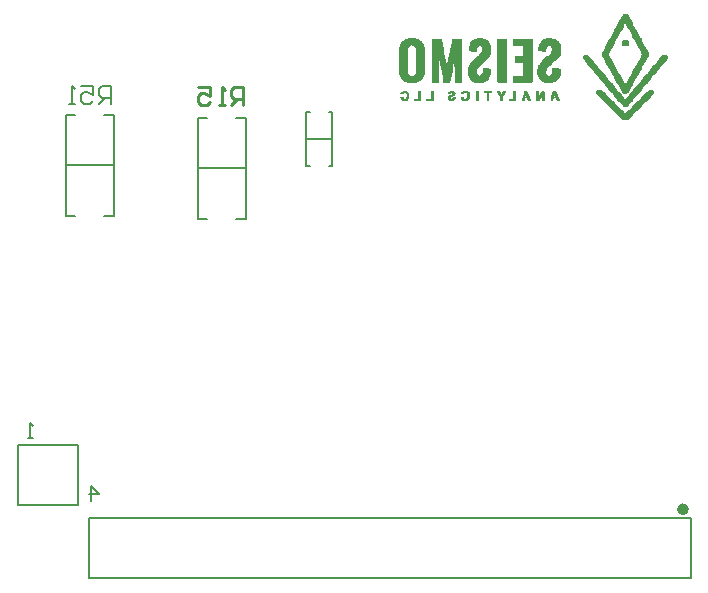
<source format=gbo>
G04*
G04 #@! TF.GenerationSoftware,Altium Limited,Altium Designer,20.1.8 (145)*
G04*
G04 Layer_Color=32896*
%FSLAX44Y44*%
%MOMM*%
G71*
G04*
G04 #@! TF.SameCoordinates,D5C0B3DD-F8AF-49D1-A0DA-DDDA0C0BEC7C*
G04*
G04*
G04 #@! TF.FilePolarity,Positive*
G04*
G01*
G75*
%ADD11C,0.2000*%
%ADD17C,0.2540*%
%ADD18C,0.1800*%
%ADD70C,0.5000*%
%ADD87C,0.0762*%
%ADD88C,0.2032*%
D11*
X934540Y698500D02*
X975540D01*
X934540Y655500D02*
X942540D01*
X934540D02*
Y741500D01*
X942540D01*
X967540D02*
X975540D01*
Y655500D02*
Y741500D01*
X967540Y655500D02*
X975540D01*
X842740Y351950D02*
Y402750D01*
X1352010Y351950D02*
Y402750D01*
X842740Y351950D02*
X1352010D01*
X842740Y402750D02*
X1352010D01*
X1045554Y700539D02*
X1048554D01*
Y746539D01*
X1045554D02*
X1048554D01*
X1026554D02*
X1029554D01*
X1026554Y700539D02*
Y746539D01*
Y700539D02*
X1029554D01*
X1026554Y723539D02*
X1048554D01*
X855780Y658040D02*
X863780D01*
Y744040D01*
X855780D02*
X863780D01*
X822780D02*
X830780D01*
X822780Y658040D02*
Y744040D01*
Y658040D02*
X830780D01*
X822780Y701040D02*
X863780D01*
X782610Y413350D02*
X833410D01*
X782610D02*
Y464150D01*
X833410Y413350D02*
Y464150D01*
X782610D02*
X833410D01*
D17*
X972814Y751842D02*
Y767077D01*
X965196D01*
X962657Y764538D01*
Y759460D01*
X965196Y756921D01*
X972814D01*
X967736D02*
X962657Y751842D01*
X957579D02*
X952500D01*
X955040D01*
Y767077D01*
X957579Y764538D01*
X934726Y767077D02*
X944883D01*
Y759460D01*
X939805Y761999D01*
X937265D01*
X934726Y759460D01*
Y754382D01*
X937265Y751842D01*
X942344D01*
X944883Y754382D01*
D18*
X861054Y753112D02*
Y768347D01*
X853437D01*
X850898Y765808D01*
Y760730D01*
X853437Y758191D01*
X861054D01*
X855976D02*
X850898Y753112D01*
X835662Y768347D02*
X845819D01*
Y760730D01*
X840741Y763269D01*
X838202D01*
X835662Y760730D01*
Y755652D01*
X838202Y753112D01*
X843280D01*
X845819Y755652D01*
X830584Y753112D02*
X825506D01*
X828045D01*
Y768347D01*
X830584Y765808D01*
D70*
X1348010Y409850D02*
G03*
X1348010Y409850I-2500J0D01*
G01*
D87*
X1166368Y806196D02*
X1180084D01*
X1167130Y806958D02*
X1179322D01*
X1165606Y805434D02*
X1180846D01*
X1165606Y804672D02*
X1181608D01*
X1164844Y803910D02*
X1181608D01*
X1164844Y803148D02*
X1182370D01*
X1167130Y789432D02*
X1177036D01*
X1164082Y776478D02*
X1181608D01*
X1164082Y775716D02*
X1180846D01*
X1164844Y774954D02*
X1180846D01*
X1165606Y774192D02*
X1180084D01*
X1166368Y773430D02*
X1179322D01*
X1167130Y772668D02*
X1177798D01*
X1164844Y786384D02*
X1173988D01*
X1145794D02*
X1150366D01*
X1105408D02*
X1112266D01*
X1225042Y806196D02*
X1239520D01*
X1201420D02*
X1217422D01*
X1223518Y786384D02*
X1232662D01*
X1305052Y806196D02*
X1310386D01*
X1305814Y786384D02*
X1311148D01*
X1265428D02*
X1271524D01*
X1303528Y765810D02*
X1310386D01*
X1282192D02*
X1289050D01*
Y745236D02*
X1295908D01*
X1106170Y803910D02*
X1125220D01*
X1106170Y803148D02*
X1114552D01*
X1164082Y802386D02*
X1171702D01*
X1106170D02*
X1113790D01*
X1164082Y801624D02*
X1170940D01*
X1105408D02*
X1113028D01*
X1164082Y800862D02*
X1170178D01*
X1105408D02*
X1112266D01*
X1164082Y800100D02*
X1170178D01*
X1105408D02*
X1112266D01*
X1164082Y799338D02*
X1170178D01*
X1105408D02*
X1112266D01*
X1164082Y798576D02*
X1170178D01*
X1105408D02*
X1112266D01*
X1166368Y797814D02*
X1170178D01*
X1105408D02*
X1112266D01*
X1105408Y797052D02*
X1112266D01*
X1105408Y796290D02*
X1112266D01*
X1105408Y795528D02*
X1112266D01*
X1105408Y794766D02*
X1112266D01*
X1105408Y794004D02*
X1112266D01*
X1105408Y793242D02*
X1112266D01*
X1146556Y792480D02*
X1157986D01*
X1105408D02*
X1112266D01*
X1146556Y791718D02*
X1157986D01*
X1105408D02*
X1112266D01*
X1146556Y790956D02*
X1151128D01*
X1105408D02*
X1112266D01*
X1146556Y790194D02*
X1151128D01*
X1105408D02*
X1112266D01*
X1146556Y789432D02*
X1151128D01*
X1105408D02*
X1112266D01*
X1166368Y788670D02*
X1176274D01*
X1145794D02*
X1151128D01*
X1105408D02*
X1112266D01*
X1165606Y787908D02*
X1175512D01*
X1145794D02*
X1151128D01*
X1105408D02*
X1112266D01*
X1164844Y787146D02*
X1174750D01*
X1145794D02*
X1150366D01*
X1105408D02*
X1112266D01*
X1164082Y785622D02*
X1172464D01*
X1145794D02*
X1150366D01*
X1105408D02*
X1112266D01*
X1164082Y784860D02*
X1172464D01*
X1140460D02*
X1150366D01*
X1105408D02*
X1112266D01*
X1163320Y784098D02*
X1171702D01*
X1140460D02*
X1150366D01*
X1105408D02*
X1112266D01*
X1163320Y783336D02*
X1170940D01*
X1140460D02*
X1149604D01*
X1105408D02*
X1112266D01*
X1163320Y782574D02*
X1170178D01*
X1140460D02*
X1149604D01*
X1105408D02*
X1112266D01*
X1163320Y781812D02*
X1170178D01*
X1141222D02*
X1149604D01*
X1105408D02*
X1112266D01*
X1163320Y781050D02*
X1170178D01*
X1141222D02*
X1149604D01*
X1105408D02*
X1112266D01*
X1163320Y780288D02*
X1170178D01*
X1141222D02*
X1149604D01*
X1105408D02*
X1112266D01*
X1163320Y779526D02*
X1170178D01*
X1141222D02*
X1148842D01*
X1105408D02*
X1112266D01*
X1163320Y778764D02*
X1170178D01*
X1141222D02*
X1148842D01*
X1105408D02*
X1113028D01*
X1163320Y778002D02*
X1170940D01*
X1141984D02*
X1148842D01*
X1105408D02*
X1113028D01*
X1163320Y777240D02*
X1171702D01*
X1141984D02*
X1148842D01*
X1106170D02*
X1113790D01*
X1141984Y776478D02*
X1148842D01*
X1106170D02*
X1125220D01*
X1141984Y775716D02*
X1148080D01*
X1142746Y774954D02*
X1148080D01*
X1142746Y774192D02*
X1148080D01*
X1142746Y773430D02*
X1148080D01*
X1142746Y772668D02*
X1147318D01*
X1142746Y771906D02*
X1147318D01*
X1146556Y763524D02*
X1151890D01*
X1146556Y762762D02*
X1148842D01*
X1146556Y762000D02*
X1148080D01*
X1106170D02*
X1108456D01*
X1146556Y759714D02*
X1150366D01*
X1146556Y758952D02*
X1148080D01*
X1106170D02*
X1108456D01*
X1146556Y758190D02*
X1148080D01*
X1146556Y757428D02*
X1151890D01*
X1227328Y807720D02*
X1237234D01*
X1201420D02*
X1217422D01*
X1225804Y806958D02*
X1237996D01*
X1201420D02*
X1217422D01*
X1225042Y805434D02*
X1239520D01*
X1201420D02*
X1217422D01*
X1224280Y804672D02*
X1240282D01*
X1201420D02*
X1217422D01*
X1223518Y803910D02*
X1241044D01*
X1201420D02*
X1217422D01*
X1223518Y803148D02*
X1241044D01*
X1201420D02*
X1217422D01*
X1223518Y802386D02*
X1230376D01*
X1223518Y801624D02*
X1229614D01*
X1222756Y800862D02*
X1229614D01*
X1222756Y800100D02*
X1229614D01*
X1222756Y799338D02*
X1228852D01*
X1222756Y798576D02*
X1228852D01*
X1225804Y797814D02*
X1228852D01*
X1202944Y793242D02*
X1217422D01*
X1202944Y792480D02*
X1217422D01*
X1228090Y791718D02*
X1238758D01*
X1202944D02*
X1217422D01*
X1227328Y790956D02*
X1237996D01*
X1202944D02*
X1217422D01*
X1226566Y790194D02*
X1237234D01*
X1202944D02*
X1217422D01*
X1225804Y789432D02*
X1235710D01*
X1202944D02*
X1217422D01*
X1225042Y788670D02*
X1234948D01*
X1202944D02*
X1217422D01*
X1224280Y787908D02*
X1234186D01*
X1224280Y787146D02*
X1233424D01*
X1222756Y785622D02*
X1231900D01*
X1222756Y784860D02*
X1231138D01*
X1222756Y784098D02*
X1230376D01*
X1222756Y783336D02*
X1229614D01*
X1221994Y782574D02*
X1229614D01*
X1221994Y781812D02*
X1229614D01*
X1221994Y781050D02*
X1228852D01*
X1221994Y780288D02*
X1228852D01*
X1221994Y779526D02*
X1228852D01*
X1221994Y778764D02*
X1229614D01*
X1222756Y778002D02*
X1229614D01*
X1222756Y777240D02*
X1230376D01*
X1222756Y776478D02*
X1240282D01*
X1201420D02*
X1217422D01*
X1223518Y775716D02*
X1240282D01*
X1201420D02*
X1217422D01*
X1223518Y774954D02*
X1239520D01*
X1201420D02*
X1217422D01*
X1224280Y774192D02*
X1238758D01*
X1201420D02*
X1217422D01*
X1225042Y773430D02*
X1237996D01*
X1201420D02*
X1217422D01*
X1226566Y772668D02*
X1237234D01*
X1201420D02*
X1217422D01*
X1228090Y771906D02*
X1234948D01*
X1201420D02*
X1216660D01*
X1225804Y763524D02*
X1228090D01*
X1225042Y762762D02*
X1228090D01*
X1224280Y762000D02*
X1228090D01*
X1224280Y761238D02*
X1228090D01*
X1223518Y760476D02*
X1228090D01*
X1225804Y759714D02*
X1228090D01*
X1225804Y758952D02*
X1228090D01*
X1225804Y758190D02*
X1228090D01*
X1225804Y757428D02*
X1228090D01*
X1225804Y756666D02*
X1228090D01*
X1289050Y819150D02*
X1294384D01*
X1289050Y818388D02*
X1294384D01*
X1288288Y817626D02*
X1293622D01*
X1287526Y816864D02*
X1293622D01*
X1287526Y816102D02*
X1292860D01*
X1286764Y815340D02*
X1292860D01*
X1286764Y814578D02*
X1292098D01*
X1286002Y813816D02*
X1291336D01*
X1286002Y813054D02*
X1291336D01*
X1285240Y812292D02*
X1290574D01*
X1285240Y811530D02*
X1290574D01*
X1284478Y810768D02*
X1289812D01*
X1284478Y810006D02*
X1289812D01*
X1283716Y809244D02*
X1289050D01*
X1303528Y808482D02*
X1309624D01*
X1283716D02*
X1289050D01*
X1304290Y807720D02*
X1309624D01*
X1305052Y806958D02*
X1310386D01*
X1305814Y805434D02*
X1311148D01*
X1305814Y804672D02*
X1311148D01*
X1306576Y803910D02*
X1311910D01*
X1306576Y803148D02*
X1311910D01*
X1307338Y802386D02*
X1312672D01*
X1307338Y801624D02*
X1312672D01*
X1308100Y800862D02*
X1313434D01*
X1308100Y800100D02*
X1313434D01*
X1308862Y799338D02*
X1314196D01*
X1308862Y798576D02*
X1314958D01*
X1309624Y797814D02*
X1314958D01*
X1327912Y794766D02*
X1330960D01*
X1327912Y794004D02*
X1331722D01*
X1327150Y793242D02*
X1331722D01*
X1309624D02*
X1314958D01*
X1326388Y792480D02*
X1331722D01*
X1309624D02*
X1314958D01*
X1325626Y791718D02*
X1331722D01*
X1308862D02*
X1314196D01*
X1324864Y790956D02*
X1330960D01*
X1308862D02*
X1314196D01*
X1324102Y790194D02*
X1330960D01*
X1308100D02*
X1313434D01*
X1262380D02*
X1268476D01*
X1323340Y789432D02*
X1330198D01*
X1307338D02*
X1313434D01*
X1262380D02*
X1269238D01*
X1323340Y788670D02*
X1329436D01*
X1307338D02*
X1312672D01*
X1263142D02*
X1269238D01*
X1306576Y787908D02*
X1311910D01*
X1263904D02*
X1270000D01*
X1306576Y787146D02*
X1311910D01*
X1264666D02*
X1270762D01*
X1305814Y785622D02*
X1311148D01*
X1266190D02*
X1272286D01*
X1305052Y784860D02*
X1310386D01*
X1266190D02*
X1273048D01*
X1305052Y784098D02*
X1310386D01*
X1266952D02*
X1273048D01*
X1304290Y783336D02*
X1309624D01*
X1267714D02*
X1273810D01*
X1303528Y782574D02*
X1309624D01*
X1283716D02*
X1289050D01*
X1268476D02*
X1274572D01*
X1283716Y781812D02*
X1289050D01*
X1284478Y781050D02*
X1289812D01*
X1284478Y780288D02*
X1289812D01*
X1285240Y779526D02*
X1290574D01*
X1285240Y778764D02*
X1290574D01*
X1286002Y778002D02*
X1291336D01*
X1286002Y777240D02*
X1292098D01*
X1286764Y776478D02*
X1292098D01*
X1287526Y775716D02*
X1292860D01*
X1287526Y774954D02*
X1292860D01*
X1288288Y774192D02*
X1293622D01*
X1288288Y773430D02*
X1293622D01*
X1309624Y772668D02*
X1315720D01*
X1289050D02*
X1294384D01*
X1308862Y771906D02*
X1314958D01*
X1289050D02*
X1294384D01*
X1308100Y771144D02*
X1314958D01*
X1308100Y770382D02*
X1314196D01*
X1307338Y769620D02*
X1313434D01*
X1306576Y768858D02*
X1312672D01*
X1305814Y768096D02*
X1311910D01*
X1305052Y767334D02*
X1311148D01*
X1304290Y766572D02*
X1311148D01*
X1303528Y765048D02*
X1309624D01*
X1282954D02*
X1289050D01*
X1283716Y764286D02*
X1289812D01*
X1284478Y763524D02*
X1290574D01*
X1285240Y762762D02*
X1291336D01*
X1286002Y762000D02*
X1292098D01*
X1286002Y761238D02*
X1292860D01*
X1286764Y760476D02*
X1292860D01*
X1287526Y759714D02*
X1293622D01*
X1288288Y758952D02*
X1294384D01*
X1309624Y758190D02*
X1316482D01*
X1289050D02*
X1295146D01*
X1308862Y757428D02*
X1315720D01*
X1308100Y756666D02*
X1314958D01*
X1307338Y755904D02*
X1314196D01*
X1306576Y755142D02*
X1313434D01*
X1305814Y754380D02*
X1312672D01*
X1305052Y753618D02*
X1311910D01*
X1304290Y752856D02*
X1311148D01*
X1303528Y752094D02*
X1310386D01*
X1282192D02*
X1289050D01*
X1302766Y751332D02*
X1309624D01*
X1282954D02*
X1289812D01*
X1283716Y750570D02*
X1290574D01*
X1284478Y749808D02*
X1291336D01*
X1285240Y749046D02*
X1292098D01*
X1286002Y748284D02*
X1292860D01*
X1286764Y747522D02*
X1293622D01*
X1287526Y746760D02*
X1294384D01*
X1288288Y745998D02*
X1295146D01*
X1107694Y806196D02*
X1123696D01*
X1119124Y786384D02*
X1125982D01*
X1132840Y806196D02*
X1140460D01*
X1139698Y786384D02*
X1145032D01*
X1132840D02*
X1138174D01*
X1149604Y806196D02*
X1157224D01*
X1151890Y786384D02*
X1157986D01*
X1188466Y806196D02*
X1196086D01*
X1188466Y786384D02*
X1196086D01*
X1209802D02*
X1217422D01*
X1282192Y806196D02*
X1287526D01*
X1281430Y786384D02*
X1286764D01*
X1292860Y826770D02*
X1299718D01*
X1293622Y806196D02*
X1298956D01*
X1292860Y765810D02*
X1299718D01*
X1296670Y745236D02*
X1303528D01*
X1321054Y786384D02*
X1327150D01*
X1113028Y808482D02*
X1118362D01*
X1109980Y807720D02*
X1121410D01*
X1109218Y806958D02*
X1122172D01*
X1106932Y805434D02*
X1123696D01*
X1106932Y804672D02*
X1124458D01*
X1116076Y803148D02*
X1125220D01*
X1117600Y802386D02*
X1125220D01*
X1118362Y801624D02*
X1125982D01*
X1119124Y800862D02*
X1125982D01*
X1119124Y800100D02*
X1125982D01*
X1119124Y799338D02*
X1125982D01*
X1119124Y798576D02*
X1125982D01*
X1119124Y797814D02*
X1125982D01*
X1119124Y797052D02*
X1125982D01*
X1119124Y796290D02*
X1125982D01*
X1119124Y795528D02*
X1125982D01*
X1119124Y794766D02*
X1125982D01*
X1119124Y794004D02*
X1125982D01*
X1119124Y793242D02*
X1125982D01*
X1119124Y792480D02*
X1125982D01*
X1119124Y791718D02*
X1125982D01*
X1119124Y790956D02*
X1125982D01*
X1119124Y790194D02*
X1125982D01*
X1119124Y789432D02*
X1125982D01*
X1119124Y788670D02*
X1125982D01*
X1119124Y787908D02*
X1125982D01*
X1119124Y787146D02*
X1125982D01*
X1119124Y785622D02*
X1125982D01*
X1119124Y784860D02*
X1125982D01*
X1119124Y784098D02*
X1125982D01*
X1119124Y783336D02*
X1125982D01*
X1119124Y782574D02*
X1125982D01*
X1119124Y781812D02*
X1125982D01*
X1119124Y781050D02*
X1125982D01*
X1119124Y780288D02*
X1125982D01*
X1119124Y779526D02*
X1125982D01*
X1118362Y778764D02*
X1125982D01*
X1118362Y778002D02*
X1125982D01*
X1117600Y777240D02*
X1125220D01*
X1106932Y775716D02*
X1124458D01*
X1106932Y774954D02*
X1124458D01*
X1107694Y774192D02*
X1123696D01*
X1108456Y773430D02*
X1122934D01*
X1109218Y772668D02*
X1121410D01*
X1111504Y771906D02*
X1119886D01*
X1121410Y764286D02*
X1122934D01*
X1108456D02*
X1110742D01*
X1121410Y763524D02*
X1122934D01*
X1106932D02*
X1112266D01*
X1121410Y762762D02*
X1122934D01*
X1109980D02*
X1112266D01*
X1106932D02*
X1108456D01*
X1121410Y762000D02*
X1122934D01*
X1110742D02*
X1113028D01*
X1121410Y761238D02*
X1122934D01*
X1111504D02*
X1113028D01*
X1121410Y760476D02*
X1122934D01*
X1111504D02*
X1113028D01*
X1121410Y759714D02*
X1122934D01*
X1111504D02*
X1113028D01*
X1121410Y758952D02*
X1122934D01*
X1110742D02*
X1113028D01*
X1121410Y758190D02*
X1122934D01*
X1110742D02*
X1113028D01*
X1106932D02*
X1108456D01*
X1117600Y757428D02*
X1122934D01*
X1106932D02*
X1112266D01*
X1117600Y756666D02*
X1122934D01*
X1107694D02*
X1111504D01*
X1132840Y807720D02*
X1140460D01*
X1132840Y806958D02*
X1140460D01*
X1132840Y805434D02*
X1141222D01*
X1132840Y804672D02*
X1141222D01*
X1132840Y803910D02*
X1141222D01*
X1132840Y803148D02*
X1141222D01*
X1132840Y802386D02*
X1141222D01*
X1132840Y801624D02*
X1141984D01*
X1132840Y800862D02*
X1141984D01*
X1132840Y800100D02*
X1141984D01*
X1132840Y799338D02*
X1141984D01*
X1132840Y798576D02*
X1142746D01*
X1132840Y797814D02*
X1142746D01*
X1132840Y797052D02*
X1142746D01*
X1132840Y796290D02*
X1142746D01*
X1132840Y795528D02*
X1142746D01*
X1132840Y794766D02*
X1143508D01*
X1132840Y794004D02*
X1143508D01*
X1138936Y793242D02*
X1143508D01*
X1132840D02*
X1138174D01*
X1138936Y792480D02*
X1143508D01*
X1132840D02*
X1138174D01*
X1138936Y791718D02*
X1143508D01*
X1132840D02*
X1138174D01*
X1138936Y790956D02*
X1144270D01*
X1132840D02*
X1138174D01*
X1138936Y790194D02*
X1144270D01*
X1132840D02*
X1138174D01*
X1139698Y789432D02*
X1144270D01*
X1132840D02*
X1138174D01*
X1139698Y788670D02*
X1144270D01*
X1132840D02*
X1138174D01*
X1139698Y787908D02*
X1145032D01*
X1132840D02*
X1138174D01*
X1139698Y787146D02*
X1145032D01*
X1132840D02*
X1138174D01*
X1140460Y785622D02*
X1145032D01*
X1132840D02*
X1138174D01*
X1132840Y784860D02*
X1138174D01*
X1132840Y784098D02*
X1138174D01*
X1132840Y783336D02*
X1138174D01*
X1132840Y782574D02*
X1138174D01*
X1132840Y781812D02*
X1138174D01*
X1132840Y781050D02*
X1138174D01*
X1132840Y780288D02*
X1138174D01*
X1132840Y779526D02*
X1138174D01*
X1132840Y778764D02*
X1138174D01*
X1132840Y778002D02*
X1138174D01*
X1132840Y777240D02*
X1138174D01*
X1132840Y776478D02*
X1138174D01*
X1132840Y775716D02*
X1138174D01*
X1132840Y774954D02*
X1138174D01*
X1132840Y774192D02*
X1138174D01*
X1132840Y773430D02*
X1138174D01*
X1132840Y772668D02*
X1138174D01*
X1132840Y771906D02*
X1138174D01*
X1132078Y764286D02*
X1133602D01*
X1132078Y763524D02*
X1133602D01*
X1132078Y762762D02*
X1133602D01*
X1132078Y762000D02*
X1133602D01*
X1132078Y761238D02*
X1133602D01*
X1132078Y760476D02*
X1133602D01*
X1132078Y759714D02*
X1133602D01*
X1132078Y758952D02*
X1133602D01*
X1132078Y758190D02*
X1133602D01*
X1128268Y757428D02*
X1133602D01*
X1128268Y756666D02*
X1133602D01*
X1149604Y807720D02*
X1157224D01*
X1149604Y806958D02*
X1157224D01*
X1149604Y805434D02*
X1157224D01*
X1149604Y804672D02*
X1157224D01*
X1148842Y803910D02*
X1157224D01*
X1148842Y803148D02*
X1157224D01*
X1148842Y802386D02*
X1157224D01*
X1148842Y801624D02*
X1157224D01*
X1148842Y800862D02*
X1157224D01*
X1148080Y800100D02*
X1157224D01*
X1148080Y799338D02*
X1157224D01*
X1148080Y798576D02*
X1157986D01*
X1148080Y797814D02*
X1157986D01*
X1148080Y797052D02*
X1157986D01*
X1147318Y796290D02*
X1157986D01*
X1147318Y795528D02*
X1157986D01*
X1147318Y794766D02*
X1157986D01*
X1147318Y794004D02*
X1157986D01*
X1147318Y793242D02*
X1157986D01*
X1151890Y790956D02*
X1157986D01*
X1151890Y790194D02*
X1157986D01*
X1151890Y789432D02*
X1157986D01*
X1151890Y788670D02*
X1157986D01*
X1151890Y787908D02*
X1157986D01*
X1151890Y787146D02*
X1157986D01*
X1151890Y785622D02*
X1157986D01*
X1151890Y784860D02*
X1157986D01*
X1152652Y784098D02*
X1157986D01*
X1152652Y783336D02*
X1157986D01*
X1152652Y782574D02*
X1157986D01*
X1152652Y781812D02*
X1157986D01*
X1152652Y781050D02*
X1157986D01*
X1152652Y780288D02*
X1157986D01*
X1152652Y779526D02*
X1157986D01*
X1152652Y778764D02*
X1157986D01*
X1152652Y778002D02*
X1157986D01*
X1152652Y777240D02*
X1157986D01*
X1152652Y776478D02*
X1157986D01*
X1152652Y775716D02*
X1157986D01*
X1152652Y774954D02*
X1157986D01*
X1152652Y774192D02*
X1157986D01*
X1152652Y773430D02*
X1157986D01*
X1152652Y772668D02*
X1157986D01*
X1152652Y771906D02*
X1157986D01*
X1159510Y764286D02*
X1162558D01*
X1148080D02*
X1151128D01*
X1157986Y763524D02*
X1163320D01*
X1161796Y762762D02*
X1164082D01*
X1157986D02*
X1160272D01*
X1150366D02*
X1151890D01*
X1162558Y762000D02*
X1164082D01*
X1157986D02*
X1159510D01*
X1150366D02*
X1152652D01*
X1162558Y761238D02*
X1164082D01*
X1149604D02*
X1151890D01*
X1162558Y760476D02*
X1164082D01*
X1147318D02*
X1151890D01*
X1162558Y759714D02*
X1164082D01*
X1162558Y758952D02*
X1164082D01*
X1157986D02*
X1159510D01*
X1151128D02*
X1152652D01*
X1161796Y758190D02*
X1164082D01*
X1157986D02*
X1159510D01*
X1150366D02*
X1152652D01*
X1157986Y757428D02*
X1163320D01*
X1158748Y756666D02*
X1162558D01*
X1147318D02*
X1151128D01*
X1170940Y808482D02*
X1175512D01*
X1168654Y807720D02*
X1177798D01*
X1174750Y802386D02*
X1182370D01*
X1175512Y801624D02*
X1182370D01*
X1175512Y800862D02*
X1182370D01*
X1175512Y800100D02*
X1182370D01*
X1175512Y799338D02*
X1182370D01*
X1175512Y798576D02*
X1182370D01*
X1175512Y797814D02*
X1182370D01*
X1174750Y797052D02*
X1182370D01*
X1173988Y796290D02*
X1182370D01*
X1173226Y795528D02*
X1182370D01*
X1172464Y794766D02*
X1181608D01*
X1171702Y794004D02*
X1181608D01*
X1170940Y793242D02*
X1180846D01*
X1170178Y792480D02*
X1180084D01*
X1169416Y791718D02*
X1179322D01*
X1168654Y790956D02*
X1178560D01*
X1167892Y790194D02*
X1177798D01*
X1176274Y783336D02*
X1180846D01*
X1176274Y782574D02*
X1182370D01*
X1176274Y781812D02*
X1182370D01*
X1176274Y781050D02*
X1182370D01*
X1176274Y780288D02*
X1182370D01*
X1175512Y779526D02*
X1182370D01*
X1175512Y778764D02*
X1182370D01*
X1174750Y778002D02*
X1182370D01*
X1173988Y777240D02*
X1181608D01*
X1168654Y771906D02*
X1176274D01*
X1177036Y764286D02*
X1183132D01*
X1170178D02*
X1171702D01*
X1177036Y763524D02*
X1183132D01*
X1170178D02*
X1171702D01*
X1179322Y762762D02*
X1180846D01*
X1170178D02*
X1171702D01*
X1179322Y762000D02*
X1180846D01*
X1170178D02*
X1171702D01*
X1179322Y761238D02*
X1180846D01*
X1170178D02*
X1171702D01*
X1179322Y760476D02*
X1180846D01*
X1170178D02*
X1171702D01*
X1179322Y759714D02*
X1180846D01*
X1170178D02*
X1171702D01*
X1179322Y758952D02*
X1180846D01*
X1170178D02*
X1171702D01*
X1179322Y758190D02*
X1180846D01*
X1170178D02*
X1171702D01*
X1179322Y757428D02*
X1180846D01*
X1170178D02*
X1171702D01*
X1179322Y756666D02*
X1180846D01*
X1170178D02*
X1171702D01*
X1188466Y807720D02*
X1196086D01*
X1188466Y806958D02*
X1196086D01*
X1188466Y805434D02*
X1196086D01*
X1188466Y804672D02*
X1196086D01*
X1188466Y803910D02*
X1196086D01*
X1188466Y803148D02*
X1196086D01*
X1188466Y802386D02*
X1196086D01*
X1188466Y801624D02*
X1196086D01*
X1188466Y800862D02*
X1196086D01*
X1188466Y800100D02*
X1196086D01*
X1188466Y799338D02*
X1196086D01*
X1188466Y798576D02*
X1196086D01*
X1188466Y797814D02*
X1196086D01*
X1188466Y797052D02*
X1196086D01*
X1188466Y796290D02*
X1196086D01*
X1188466Y795528D02*
X1196086D01*
X1188466Y794766D02*
X1196086D01*
X1188466Y794004D02*
X1196086D01*
X1188466Y793242D02*
X1196086D01*
X1188466Y792480D02*
X1196086D01*
X1188466Y791718D02*
X1196086D01*
X1188466Y790956D02*
X1196086D01*
X1188466Y790194D02*
X1196086D01*
X1188466Y789432D02*
X1196086D01*
X1188466Y788670D02*
X1196086D01*
X1188466Y787908D02*
X1196086D01*
X1188466Y787146D02*
X1196086D01*
X1188466Y785622D02*
X1196086D01*
X1188466Y784860D02*
X1196086D01*
X1188466Y784098D02*
X1196086D01*
X1188466Y783336D02*
X1196086D01*
X1188466Y782574D02*
X1196086D01*
X1188466Y781812D02*
X1196086D01*
X1188466Y781050D02*
X1196086D01*
X1188466Y780288D02*
X1196086D01*
X1188466Y779526D02*
X1196086D01*
X1188466Y778764D02*
X1196086D01*
X1188466Y778002D02*
X1196086D01*
X1188466Y777240D02*
X1196086D01*
X1188466Y776478D02*
X1196086D01*
X1188466Y775716D02*
X1196086D01*
X1188466Y774954D02*
X1196086D01*
X1188466Y774192D02*
X1196086D01*
X1188466Y773430D02*
X1196086D01*
X1188466Y772668D02*
X1196086D01*
X1189228Y771906D02*
X1196086D01*
X1201420Y764286D02*
X1203706D01*
X1193038D02*
X1194562D01*
X1188466D02*
X1189990D01*
X1201420Y763524D02*
X1203706D01*
X1193038D02*
X1194562D01*
X1188466D02*
X1189990D01*
X1201420Y762762D02*
X1203706D01*
X1192276D02*
X1194562D01*
X1188466D02*
X1190752D01*
X1201420Y762000D02*
X1203706D01*
X1192276D02*
X1193800D01*
X1189228D02*
X1190752D01*
X1201420Y761238D02*
X1203706D01*
X1189228D02*
X1193800D01*
X1201420Y760476D02*
X1203706D01*
X1189990D02*
X1193038D01*
X1201420Y759714D02*
X1203706D01*
X1190752D02*
X1192276D01*
X1201420Y758952D02*
X1203706D01*
X1190752D02*
X1192276D01*
X1201420Y758190D02*
X1203706D01*
X1190752D02*
X1192276D01*
X1198372Y757428D02*
X1203706D01*
X1190752D02*
X1192276D01*
X1198372Y756666D02*
X1203706D01*
X1190752D02*
X1192276D01*
X1209802Y802386D02*
X1217422D01*
X1209802Y801624D02*
X1217422D01*
X1209802Y800862D02*
X1217422D01*
X1209802Y800100D02*
X1217422D01*
X1209802Y799338D02*
X1217422D01*
X1209802Y798576D02*
X1217422D01*
X1209802Y797814D02*
X1217422D01*
X1209802Y797052D02*
X1217422D01*
X1209802Y796290D02*
X1217422D01*
X1209802Y795528D02*
X1217422D01*
X1209802Y794766D02*
X1217422D01*
X1209802Y794004D02*
X1217422D01*
X1209802Y787908D02*
X1217422D01*
X1209802Y787146D02*
X1217422D01*
X1209802Y785622D02*
X1217422D01*
X1209802Y784860D02*
X1217422D01*
X1209802Y784098D02*
X1217422D01*
X1209802Y783336D02*
X1217422D01*
X1209802Y782574D02*
X1217422D01*
X1209802Y781812D02*
X1217422D01*
X1209802Y781050D02*
X1217422D01*
X1209802Y780288D02*
X1217422D01*
X1209802Y779526D02*
X1217422D01*
X1209802Y778764D02*
X1217422D01*
X1209802Y778002D02*
X1217422D01*
X1209802Y777240D02*
X1217422D01*
X1225804Y764286D02*
X1227328D01*
X1221232D02*
X1222756D01*
X1211326D02*
X1212850D01*
X1221232Y763524D02*
X1222756D01*
X1211326D02*
X1213612D01*
X1221232Y762762D02*
X1222756D01*
X1211326D02*
X1213612D01*
X1221232Y762000D02*
X1222756D01*
X1210564D02*
X1213612D01*
X1221232Y761238D02*
X1222756D01*
X1212850D02*
X1214374D01*
X1210564D02*
X1212088D01*
X1221232Y760476D02*
X1222756D01*
X1212850D02*
X1214374D01*
X1209802D02*
X1212088D01*
X1221232Y759714D02*
X1225042D01*
X1212850D02*
X1215136D01*
X1209802D02*
X1211326D01*
X1221232Y758952D02*
X1225042D01*
X1209802D02*
X1215136D01*
X1221232Y758190D02*
X1224280D01*
X1213612D02*
X1215136D01*
X1209040D02*
X1211326D01*
X1221232Y757428D02*
X1223518D01*
X1213612D02*
X1215898D01*
X1209040D02*
X1210564D01*
X1221232Y756666D02*
X1223518D01*
X1214374D02*
X1215898D01*
X1209040D02*
X1210564D01*
X1229614Y808482D02*
X1234186D01*
Y802386D02*
X1241044D01*
X1234186Y801624D02*
X1241044D01*
X1234948Y800862D02*
X1241806D01*
X1234948Y800100D02*
X1241806D01*
X1234948Y799338D02*
X1241806D01*
X1234948Y798576D02*
X1241806D01*
X1234186Y797814D02*
X1241806D01*
X1234186Y797052D02*
X1241044D01*
X1233424Y796290D02*
X1241044D01*
X1232662Y795528D02*
X1241044D01*
X1231900Y794766D02*
X1241044D01*
X1231138Y794004D02*
X1240282D01*
X1229614Y793242D02*
X1239520D01*
X1228852Y792480D02*
X1239520D01*
X1234948Y783336D02*
X1239520D01*
X1234948Y782574D02*
X1241806D01*
X1234948Y781812D02*
X1241806D01*
X1234948Y781050D02*
X1241806D01*
X1234948Y780288D02*
X1241806D01*
X1234948Y779526D02*
X1241044D01*
X1234186Y778764D02*
X1241044D01*
X1233424Y778002D02*
X1241044D01*
X1232662Y777240D02*
X1241044D01*
X1235710Y764286D02*
X1237234D01*
X1235710Y763524D02*
X1237996D01*
X1234948Y762762D02*
X1237996D01*
X1234948Y762000D02*
X1237996D01*
X1234948Y761238D02*
X1238758D01*
X1237234Y760476D02*
X1238758D01*
X1234186D02*
X1236472D01*
X1237234Y759714D02*
X1238758D01*
X1234186D02*
X1235710D01*
X1233424Y758952D02*
X1239520D01*
X1237996Y758190D02*
X1239520D01*
X1233424D02*
X1235710D01*
X1237996Y757428D02*
X1240282D01*
X1233424D02*
X1234948D01*
X1238758Y756666D02*
X1240282D01*
X1233424D02*
X1234948D01*
X1261618Y794766D02*
X1264666D01*
X1260856Y794004D02*
X1265428D01*
X1260856Y793242D02*
X1265428D01*
X1260856Y792480D02*
X1266190D01*
X1260856Y791718D02*
X1266952D01*
X1261618Y790956D02*
X1267714D01*
X1282954Y807720D02*
X1288288D01*
X1282192Y806958D02*
X1288288D01*
X1281430Y805434D02*
X1287526D01*
X1281430Y804672D02*
X1286764D01*
X1280668Y803910D02*
X1286002D01*
X1280668Y803148D02*
X1286002D01*
X1279906Y802386D02*
X1285240D01*
X1279906Y801624D02*
X1285240D01*
X1279144Y800862D02*
X1284478D01*
X1279144Y800100D02*
X1284478D01*
X1278382Y799338D02*
X1283716D01*
X1278382Y798576D02*
X1283716D01*
X1277620Y797814D02*
X1282954D01*
X1276858Y797052D02*
X1282954D01*
X1276858Y796290D02*
X1282192D01*
X1276858Y795528D02*
X1282192D01*
X1276858Y794766D02*
X1282192D01*
X1276858Y794004D02*
X1282192D01*
X1277620Y793242D02*
X1282954D01*
X1277620Y792480D02*
X1282954D01*
X1278382Y791718D02*
X1283716D01*
X1278382Y790956D02*
X1284478D01*
X1279144Y790194D02*
X1284478D01*
X1279906Y789432D02*
X1285240D01*
X1279906Y788670D02*
X1285240D01*
X1280668Y787908D02*
X1286002D01*
X1280668Y787146D02*
X1286002D01*
X1281430Y785622D02*
X1286764D01*
X1282192Y784860D02*
X1287526D01*
X1282192Y784098D02*
X1288288D01*
X1282954Y783336D02*
X1288288D01*
X1269238Y781812D02*
X1275334D01*
X1270000Y781050D02*
X1276096D01*
X1270000Y780288D02*
X1276858D01*
X1270762Y779526D02*
X1277620D01*
X1271524Y778764D02*
X1277620D01*
X1272286Y778002D02*
X1278382D01*
X1273048Y777240D02*
X1279144D01*
X1273810Y776478D02*
X1279906D01*
X1274572Y775716D02*
X1280668D01*
X1274572Y774954D02*
X1281430D01*
X1275334Y774192D02*
X1281430D01*
X1276096Y773430D02*
X1282192D01*
X1276858Y772668D02*
X1282954D01*
X1277620Y771906D02*
X1283716D01*
X1278382Y771144D02*
X1284478D01*
X1278382Y770382D02*
X1285240D01*
X1279144Y769620D02*
X1285240D01*
X1279906Y768858D02*
X1286002D01*
X1280668Y768096D02*
X1286764D01*
X1281430Y767334D02*
X1287526D01*
X1282192Y766572D02*
X1288288D01*
X1273048Y765048D02*
X1276096D01*
X1272286Y764286D02*
X1276858D01*
X1272286Y763524D02*
X1277620D01*
X1272286Y762762D02*
X1278382D01*
X1272286Y762000D02*
X1279144D01*
X1273048Y761238D02*
X1279906D01*
X1273810Y760476D02*
X1280668D01*
X1274572Y759714D02*
X1281430D01*
X1275334Y758952D02*
X1282192D01*
X1276096Y758190D02*
X1282954D01*
X1276858Y757428D02*
X1283716D01*
X1277620Y756666D02*
X1284478D01*
X1278382Y755904D02*
X1285240D01*
X1279144Y755142D02*
X1286002D01*
X1279906Y754380D02*
X1286764D01*
X1280668Y753618D02*
X1287526D01*
X1281430Y752856D02*
X1288288D01*
X1294384Y829056D02*
X1298194D01*
X1294384Y828294D02*
X1298956D01*
X1293622Y827532D02*
X1298956D01*
X1292860Y826008D02*
X1299718D01*
X1292098Y825246D02*
X1300480D01*
X1292098Y824484D02*
X1300480D01*
X1291336Y823722D02*
X1301242D01*
X1291336Y822960D02*
X1301242D01*
X1296670Y822198D02*
X1302004D01*
X1290574D02*
X1295908D01*
X1296670Y821436D02*
X1302004D01*
X1290574D02*
X1295908D01*
X1297432Y820674D02*
X1302766D01*
X1289812D02*
X1295146D01*
X1297432Y819912D02*
X1302766D01*
X1289812D02*
X1295146D01*
X1298194Y819150D02*
X1303528D01*
X1298194Y818388D02*
X1304290D01*
X1298956Y817626D02*
X1304290D01*
X1299718Y816864D02*
X1305052D01*
X1299718Y816102D02*
X1305052D01*
X1300480Y815340D02*
X1305814D01*
X1300480Y814578D02*
X1305814D01*
X1301242Y813816D02*
X1306576D01*
X1301242Y813054D02*
X1306576D01*
X1302004Y812292D02*
X1307338D01*
X1302004Y811530D02*
X1307338D01*
X1302766Y810768D02*
X1308100D01*
X1302766Y810006D02*
X1308100D01*
X1303528Y809244D02*
X1308862D01*
X1294384Y806958D02*
X1298194D01*
X1293622Y805434D02*
X1298956D01*
X1293622Y804672D02*
X1298956D01*
X1293622Y803910D02*
X1298956D01*
X1293622Y803148D02*
X1298956D01*
X1303528Y781812D02*
X1308862D01*
X1302766Y781050D02*
X1308100D01*
X1302766Y780288D02*
X1308100D01*
X1302004Y779526D02*
X1307338D01*
X1302004Y778764D02*
X1307338D01*
X1301242Y778002D02*
X1306576D01*
X1301242Y777240D02*
X1306576D01*
X1300480Y776478D02*
X1305814D01*
X1299718Y775716D02*
X1305814D01*
X1299718Y774954D02*
X1305052D01*
X1298956Y774192D02*
X1304290D01*
X1298956Y773430D02*
X1304290D01*
X1298194Y772668D02*
X1303528D01*
X1298194Y771906D02*
X1303528D01*
X1297432Y771144D02*
X1302766D01*
X1289812D02*
X1295146D01*
X1296670Y770382D02*
X1302766D01*
X1289812D02*
X1295908D01*
X1296670Y769620D02*
X1302004D01*
X1290574D02*
X1295908D01*
X1291336Y768858D02*
X1302004D01*
X1291336Y768096D02*
X1301242D01*
X1292098Y767334D02*
X1300480D01*
X1292098Y766572D02*
X1300480D01*
X1292860Y765048D02*
X1299718D01*
X1302766Y764286D02*
X1308862D01*
X1293622D02*
X1298956D01*
X1302004Y763524D02*
X1308100D01*
X1293622D02*
X1298956D01*
X1301242Y762762D02*
X1307338D01*
X1294384D02*
X1298194D01*
X1300480Y762000D02*
X1307338D01*
X1295146D02*
X1297432D01*
X1299718Y761238D02*
X1306576D01*
X1299718Y760476D02*
X1305814D01*
X1298956Y759714D02*
X1305052D01*
X1298194Y758952D02*
X1304290D01*
X1297432Y758190D02*
X1303528D01*
X1296670Y757428D02*
X1302766D01*
X1289812D02*
X1295908D01*
X1289812Y756666D02*
X1302766D01*
X1290574Y755904D02*
X1302004D01*
X1291336Y755142D02*
X1301242D01*
X1292098Y754380D02*
X1300480D01*
X1292860Y753618D02*
X1299718D01*
X1293622Y752856D02*
X1298956D01*
X1294384Y752094D02*
X1298956D01*
X1294384Y751332D02*
X1298194D01*
X1302004Y750570D02*
X1308862D01*
X1301242Y749808D02*
X1308100D01*
X1300480Y749046D02*
X1307338D01*
X1299718Y748284D02*
X1306576D01*
X1298956Y747522D02*
X1305814D01*
X1298194Y746760D02*
X1305052D01*
X1297432Y745998D02*
X1304290D01*
X1289812Y744474D02*
X1302766D01*
X1290574Y743712D02*
X1302004D01*
X1291336Y742950D02*
X1301242D01*
X1292098Y742188D02*
X1300480D01*
X1292860Y741426D02*
X1299718D01*
X1293622Y740664D02*
X1298956D01*
X1294384Y739902D02*
X1298194D01*
X1310386Y797052D02*
X1315720D01*
X1310386Y796290D02*
X1315720D01*
X1311148Y795528D02*
X1315720D01*
X1310386Y794766D02*
X1315720D01*
X1310386Y794004D02*
X1315720D01*
X1322578Y787908D02*
X1328674D01*
X1321816Y787146D02*
X1327912D01*
X1320292Y785622D02*
X1327150D01*
X1319530Y784860D02*
X1326388D01*
X1319530Y784098D02*
X1325626D01*
X1318768Y783336D02*
X1324864D01*
X1318006Y782574D02*
X1324102D01*
X1317244Y781812D02*
X1323340D01*
X1316482Y781050D02*
X1322578D01*
X1315720Y780288D02*
X1322578D01*
X1315720Y779526D02*
X1321816D01*
X1314958Y778764D02*
X1321054D01*
X1314196Y778002D02*
X1320292D01*
X1313434Y777240D02*
X1319530D01*
X1312672Y776478D02*
X1318768D01*
X1311910Y775716D02*
X1318768D01*
X1311910Y774954D02*
X1318006D01*
X1311148Y774192D02*
X1317244D01*
X1310386Y773430D02*
X1316482D01*
Y765048D02*
X1319530D01*
X1315720Y764286D02*
X1320292D01*
X1314958Y763524D02*
X1320292D01*
X1314196Y762762D02*
X1320292D01*
X1313434Y762000D02*
X1320292D01*
X1312672Y761238D02*
X1319530D01*
X1311910Y760476D02*
X1318768D01*
X1311148Y759714D02*
X1318006D01*
X1310386Y758952D02*
X1317244D01*
D88*
X794920Y470030D02*
X790688D01*
X792804D01*
Y482726D01*
X794920Y480610D01*
X844552Y416560D02*
Y429256D01*
X850900Y422908D01*
X842436D01*
M02*

</source>
